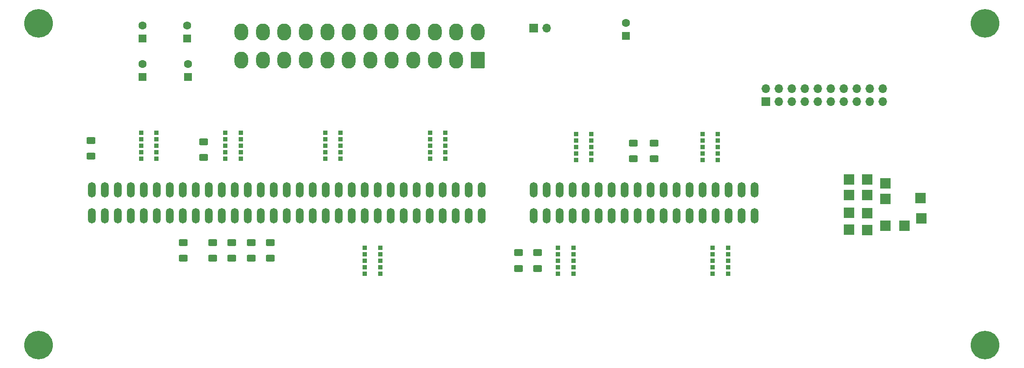
<source format=gbr>
%TF.GenerationSoftware,KiCad,Pcbnew,(7.0.0)*%
%TF.CreationDate,2023-02-18T13:29:25+00:00*%
%TF.ProjectId,testing,74657374-696e-4672-9e6b-696361645f70,rev?*%
%TF.SameCoordinates,Original*%
%TF.FileFunction,Soldermask,Top*%
%TF.FilePolarity,Negative*%
%FSLAX46Y46*%
G04 Gerber Fmt 4.6, Leading zero omitted, Abs format (unit mm)*
G04 Created by KiCad (PCBNEW (7.0.0)) date 2023-02-18 13:29:25*
%MOMM*%
%LPD*%
G01*
G04 APERTURE LIST*
G04 Aperture macros list*
%AMRoundRect*
0 Rectangle with rounded corners*
0 $1 Rounding radius*
0 $2 $3 $4 $5 $6 $7 $8 $9 X,Y pos of 4 corners*
0 Add a 4 corners polygon primitive as box body*
4,1,4,$2,$3,$4,$5,$6,$7,$8,$9,$2,$3,0*
0 Add four circle primitives for the rounded corners*
1,1,$1+$1,$2,$3*
1,1,$1+$1,$4,$5*
1,1,$1+$1,$6,$7*
1,1,$1+$1,$8,$9*
0 Add four rect primitives between the rounded corners*
20,1,$1+$1,$2,$3,$4,$5,0*
20,1,$1+$1,$4,$5,$6,$7,0*
20,1,$1+$1,$6,$7,$8,$9,0*
20,1,$1+$1,$8,$9,$2,$3,0*%
G04 Aperture macros list end*
%ADD10R,1.600000X1.600000*%
%ADD11C,1.600000*%
%ADD12R,2.000000X2.000000*%
%ADD13RoundRect,0.250000X0.625000X-0.400000X0.625000X0.400000X-0.625000X0.400000X-0.625000X-0.400000X0*%
%ADD14RoundRect,0.225000X0.225000X-0.225000X0.225000X0.225000X-0.225000X0.225000X-0.225000X-0.225000X0*%
%ADD15C,5.600000*%
%ADD16RoundRect,0.225000X-0.225000X0.225000X-0.225000X-0.225000X0.225000X-0.225000X0.225000X0.225000X0*%
%ADD17R,1.700000X1.700000*%
%ADD18O,1.700000X1.700000*%
%ADD19RoundRect,0.250000X-0.625000X0.400000X-0.625000X-0.400000X0.625000X-0.400000X0.625000X0.400000X0*%
%ADD20O,1.500000X3.000000*%
%ADD21RoundRect,0.250001X1.099999X1.399999X-1.099999X1.399999X-1.099999X-1.399999X1.099999X-1.399999X0*%
%ADD22O,2.700000X3.300000*%
G04 APERTURE END LIST*
D10*
%TO.C,C15*%
X85295999Y-79499999D03*
D11*
X85296000Y-77000000D03*
%TD*%
D12*
%TO.C,TP2*%
X223399999Y-102615999D03*
%TD*%
D13*
%TO.C,R8*%
X97250000Y-95300000D03*
X97250000Y-92200000D03*
%TD*%
%TO.C,R3*%
X99000000Y-115050000D03*
X99000000Y-111950000D03*
%TD*%
D12*
%TO.C,TP11*%
X237496999Y-107187999D03*
%TD*%
D14*
%TO.C,RN9*%
X128750000Y-118040000D03*
X131750000Y-112960000D03*
X131750000Y-118040000D03*
X131750000Y-116770000D03*
X131750000Y-115500000D03*
X131750000Y-114230000D03*
X128750000Y-112960000D03*
X128750000Y-114230000D03*
X128750000Y-115500000D03*
X128750000Y-116770000D03*
%TD*%
D12*
%TO.C,TP3*%
X226955999Y-99567999D03*
%TD*%
D14*
%TO.C,RN7*%
X166500000Y-118040000D03*
X169500000Y-112960000D03*
X169500000Y-118040000D03*
X169500000Y-116770000D03*
X169500000Y-115500000D03*
X169500000Y-114230000D03*
X166500000Y-112960000D03*
X166500000Y-114230000D03*
X166500000Y-115500000D03*
X166500000Y-116770000D03*
%TD*%
D10*
%TO.C,C16*%
X179775999Y-71475112D03*
D11*
X179776000Y-68975113D03*
%TD*%
D13*
%TO.C,R4*%
X102750000Y-115050000D03*
X102750000Y-111950000D03*
%TD*%
D12*
%TO.C,TP9*%
X223399999Y-106147999D03*
%TD*%
D15*
%TO.C,REF\u002A\u002A*%
X65000000Y-69000000D03*
%TD*%
D12*
%TO.C,TP6*%
X226955999Y-109473999D03*
%TD*%
D10*
%TO.C,C19*%
X94185999Y-79499999D03*
D11*
X94186000Y-77000000D03*
%TD*%
D14*
%TO.C,RN8*%
X196750000Y-118040000D03*
X199750000Y-112960000D03*
X199750000Y-118040000D03*
X199750000Y-116770000D03*
X199750000Y-115500000D03*
X199750000Y-114230000D03*
X196750000Y-112960000D03*
X196750000Y-114230000D03*
X196750000Y-115500000D03*
X196750000Y-116770000D03*
%TD*%
D13*
%TO.C,R11*%
X93250000Y-115050000D03*
X93250000Y-111950000D03*
%TD*%
D16*
%TO.C,RN3*%
X144500000Y-90460000D03*
X141500000Y-95540000D03*
X141500000Y-90460000D03*
X141500000Y-91730000D03*
X141500000Y-93000000D03*
X141500000Y-94270000D03*
X144500000Y-95540000D03*
X144500000Y-94270000D03*
X144500000Y-93000000D03*
X144500000Y-91730000D03*
%TD*%
D15*
%TO.C,*%
X250000000Y-132000000D03*
%TD*%
%TO.C,*%
X250000000Y-69000000D03*
%TD*%
D17*
%TO.C,J3*%
X207148999Y-84332999D03*
D18*
X207148999Y-81792999D03*
X209688999Y-84332999D03*
X209688999Y-81792999D03*
X212228999Y-84332999D03*
X212228999Y-81792999D03*
X214768999Y-84332999D03*
X214768999Y-81792999D03*
X217308999Y-84332999D03*
X217308999Y-81792999D03*
X219848999Y-84332999D03*
X219848999Y-81792999D03*
X222388999Y-84332999D03*
X222388999Y-81792999D03*
X224928999Y-84332999D03*
X224928999Y-81792999D03*
X227468999Y-84332999D03*
X227468999Y-81792999D03*
X230008999Y-84332999D03*
X230008999Y-81792999D03*
%TD*%
D12*
%TO.C,TP4*%
X226955999Y-102615999D03*
%TD*%
D13*
%TO.C,R5*%
X106500000Y-115050000D03*
X106500000Y-111950000D03*
%TD*%
D12*
%TO.C,TP5*%
X230511999Y-100329999D03*
%TD*%
%TO.C,TP7*%
X230511999Y-103377999D03*
%TD*%
D16*
%TO.C,RN6*%
X104500000Y-90460000D03*
X101500000Y-95540000D03*
X101500000Y-90460000D03*
X101500000Y-91730000D03*
X101500000Y-93000000D03*
X101500000Y-94270000D03*
X104500000Y-95540000D03*
X104500000Y-94270000D03*
X104500000Y-93000000D03*
X104500000Y-91730000D03*
%TD*%
%TO.C,RN1*%
X197750000Y-90710000D03*
X194750000Y-95790000D03*
X194750000Y-90710000D03*
X194750000Y-91980000D03*
X194750000Y-93250000D03*
X194750000Y-94520000D03*
X197750000Y-95790000D03*
X197750000Y-94520000D03*
X197750000Y-93250000D03*
X197750000Y-91980000D03*
%TD*%
D12*
%TO.C,TP14*%
X226955999Y-106171999D03*
%TD*%
D19*
%TO.C,R7*%
X75250000Y-91950000D03*
X75250000Y-95050000D03*
%TD*%
D16*
%TO.C,RN5*%
X88000000Y-90460000D03*
X85000000Y-95540000D03*
X85000000Y-90460000D03*
X85000000Y-91730000D03*
X85000000Y-93000000D03*
X85000000Y-94270000D03*
X88000000Y-95540000D03*
X88000000Y-94270000D03*
X88000000Y-93000000D03*
X88000000Y-91730000D03*
%TD*%
%TO.C,RN2*%
X173000000Y-90710000D03*
X170000000Y-95790000D03*
X170000000Y-90710000D03*
X170000000Y-91980000D03*
X170000000Y-93250000D03*
X170000000Y-94520000D03*
X173000000Y-95790000D03*
X173000000Y-94520000D03*
X173000000Y-93250000D03*
X173000000Y-91980000D03*
%TD*%
D13*
%TO.C,R2*%
X162500000Y-117050000D03*
X162500000Y-113950000D03*
%TD*%
D12*
%TO.C,TP8*%
X230511999Y-108687999D03*
%TD*%
D15*
%TO.C,*%
X65000000Y-132000000D03*
%TD*%
D12*
%TO.C,TP13*%
X223399999Y-109449999D03*
%TD*%
D13*
%TO.C,R1*%
X158750000Y-117050000D03*
X158750000Y-113950000D03*
%TD*%
%TO.C,R10*%
X181250000Y-95550000D03*
X181250000Y-92450000D03*
%TD*%
D20*
%TO.C,J1*%
X75389999Y-106679999D03*
X77929999Y-106679999D03*
X80469999Y-106679999D03*
X83009999Y-106679999D03*
X85549999Y-106679999D03*
X88089999Y-106679999D03*
X90629999Y-106679999D03*
X93169999Y-106679999D03*
X95709999Y-106679999D03*
X98249999Y-106679999D03*
X100789999Y-106679999D03*
X103329999Y-106679999D03*
X105869999Y-106679999D03*
X108409999Y-106679999D03*
X110949999Y-106679999D03*
X113489999Y-106679999D03*
X116029999Y-106679999D03*
X118569999Y-106679999D03*
X121109999Y-106679999D03*
X123649999Y-106679999D03*
X126189999Y-106679999D03*
X128729999Y-106679999D03*
X131269999Y-106679999D03*
X133809999Y-106679999D03*
X136349999Y-106679999D03*
X138889999Y-106679999D03*
X141429999Y-106679999D03*
X143969999Y-106679999D03*
X146509999Y-106679999D03*
X149049999Y-106679999D03*
X151589999Y-106679999D03*
X75389999Y-101599999D03*
X77929999Y-101599999D03*
X80469999Y-101599999D03*
X83009999Y-101599999D03*
X85549999Y-101599999D03*
X88089999Y-101599999D03*
X90629999Y-101599999D03*
X93169999Y-101599999D03*
X95709999Y-101599999D03*
X98249999Y-101599999D03*
X100789999Y-101599999D03*
X103329999Y-101599999D03*
X105869999Y-101599999D03*
X108409999Y-101599999D03*
X110949999Y-101599999D03*
X113489999Y-101599999D03*
X116029999Y-101599999D03*
X118569999Y-101599999D03*
X121109999Y-101599999D03*
X123649999Y-101599999D03*
X126189999Y-101599999D03*
X128729999Y-101599999D03*
X131269999Y-101599999D03*
X133809999Y-101599999D03*
X136349999Y-101599999D03*
X138889999Y-101599999D03*
X141429999Y-101599999D03*
X143969999Y-101599999D03*
X146509999Y-101599999D03*
X149049999Y-101599999D03*
X151589999Y-101599999D03*
X161749999Y-106679999D03*
X164289999Y-106679999D03*
X166829999Y-106679999D03*
X169369999Y-106679999D03*
X171909999Y-106679999D03*
X174449999Y-106679999D03*
X176989999Y-106679999D03*
X179529999Y-106679999D03*
X182069999Y-106679999D03*
X184609999Y-106679999D03*
X187149999Y-106679999D03*
X189689999Y-106679999D03*
X192229999Y-106679999D03*
X194769999Y-106679999D03*
X197309999Y-106679999D03*
X199849999Y-106679999D03*
X202389999Y-106679999D03*
X204929999Y-106679999D03*
X161749999Y-101599999D03*
X164289999Y-101599999D03*
X166829999Y-101599999D03*
X169369999Y-101599999D03*
X171909999Y-101599999D03*
X174449999Y-101599999D03*
X176989999Y-101599999D03*
X179529999Y-101599999D03*
X182069999Y-101599999D03*
X184609999Y-101599999D03*
X187149999Y-101599999D03*
X189689999Y-101599999D03*
X192229999Y-101599999D03*
X194769999Y-101599999D03*
X197309999Y-101599999D03*
X199849999Y-101599999D03*
X202389999Y-101599999D03*
X204929999Y-101599999D03*
%TD*%
D10*
%TO.C,C17*%
X85295999Y-71999999D03*
D11*
X85296000Y-69500000D03*
%TD*%
D13*
%TO.C,R6*%
X110250000Y-115050000D03*
X110250000Y-111950000D03*
%TD*%
D12*
%TO.C,TP10*%
X234194999Y-108687999D03*
%TD*%
D17*
%TO.C,J4*%
X161724999Y-69999999D03*
D18*
X164264999Y-69999999D03*
%TD*%
D12*
%TO.C,TP1*%
X223399999Y-99567999D03*
%TD*%
D10*
%TO.C,C18*%
X93999999Y-71999999D03*
D11*
X94000000Y-69500000D03*
%TD*%
D12*
%TO.C,TP12*%
X237369999Y-103201999D03*
%TD*%
D13*
%TO.C,R9*%
X185250000Y-95550000D03*
X185250000Y-92450000D03*
%TD*%
D21*
%TO.C,J5*%
X150814000Y-76250000D03*
D22*
X146613999Y-76249999D03*
X142413999Y-76249999D03*
X138213999Y-76249999D03*
X134013999Y-76249999D03*
X129813999Y-76249999D03*
X125613999Y-76249999D03*
X121413999Y-76249999D03*
X117213999Y-76249999D03*
X113013999Y-76249999D03*
X108813999Y-76249999D03*
X104613999Y-76249999D03*
X150813999Y-70749999D03*
X146613999Y-70749999D03*
X142413999Y-70749999D03*
X138213999Y-70749999D03*
X134013999Y-70749999D03*
X129813999Y-70749999D03*
X125613999Y-70749999D03*
X121413999Y-70749999D03*
X117213999Y-70749999D03*
X113013999Y-70749999D03*
X108813999Y-70749999D03*
X104613999Y-70749999D03*
%TD*%
D16*
%TO.C,RN4*%
X124000000Y-90460000D03*
X121000000Y-95540000D03*
X121000000Y-90460000D03*
X121000000Y-91730000D03*
X121000000Y-93000000D03*
X121000000Y-94270000D03*
X124000000Y-95540000D03*
X124000000Y-94270000D03*
X124000000Y-93000000D03*
X124000000Y-91730000D03*
%TD*%
M02*

</source>
